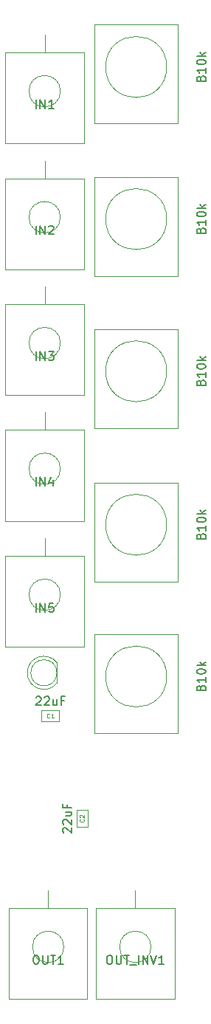
<source format=gbr>
%TF.GenerationSoftware,KiCad,Pcbnew,6.0.11+dfsg-1~bpo11+1*%
%TF.CreationDate,2023-11-22T17:04:06+08:00*%
%TF.ProjectId,MiniAttenuMix - Main,4d696e69-4174-4746-956e-754d6978202d,v0.2*%
%TF.SameCoordinates,Original*%
%TF.FileFunction,AssemblyDrawing,Top*%
%FSLAX46Y46*%
G04 Gerber Fmt 4.6, Leading zero omitted, Abs format (unit mm)*
G04 Created by KiCad (PCBNEW 6.0.11+dfsg-1~bpo11+1) date 2023-11-22 17:04:06*
%MOMM*%
%LPD*%
G01*
G04 APERTURE LIST*
%ADD10C,0.150000*%
%ADD11C,0.080000*%
%ADD12C,0.100000*%
G04 APERTURE END LIST*
D10*
%TO.C,RV4*%
X162528571Y-96910714D02*
X162576190Y-96767857D01*
X162623809Y-96720238D01*
X162719047Y-96672619D01*
X162861904Y-96672619D01*
X162957142Y-96720238D01*
X163004761Y-96767857D01*
X163052380Y-96863095D01*
X163052380Y-97244047D01*
X162052380Y-97244047D01*
X162052380Y-96910714D01*
X162100000Y-96815476D01*
X162147619Y-96767857D01*
X162242857Y-96720238D01*
X162338095Y-96720238D01*
X162433333Y-96767857D01*
X162480952Y-96815476D01*
X162528571Y-96910714D01*
X162528571Y-97244047D01*
X163052380Y-95720238D02*
X163052380Y-96291666D01*
X163052380Y-96005952D02*
X162052380Y-96005952D01*
X162195238Y-96101190D01*
X162290476Y-96196428D01*
X162338095Y-96291666D01*
X162052380Y-95101190D02*
X162052380Y-95005952D01*
X162100000Y-94910714D01*
X162147619Y-94863095D01*
X162242857Y-94815476D01*
X162433333Y-94767857D01*
X162671428Y-94767857D01*
X162861904Y-94815476D01*
X162957142Y-94863095D01*
X163004761Y-94910714D01*
X163052380Y-95005952D01*
X163052380Y-95101190D01*
X163004761Y-95196428D01*
X162957142Y-95244047D01*
X162861904Y-95291666D01*
X162671428Y-95339285D01*
X162433333Y-95339285D01*
X162242857Y-95291666D01*
X162147619Y-95244047D01*
X162100000Y-95196428D01*
X162052380Y-95101190D01*
X163052380Y-94339285D02*
X162052380Y-94339285D01*
X162671428Y-94244047D02*
X163052380Y-93958333D01*
X162385714Y-93958333D02*
X162766666Y-94339285D01*
%TO.C,OUT_INV1*%
X151952380Y-145002380D02*
X152142857Y-145002380D01*
X152238095Y-145050000D01*
X152333333Y-145145238D01*
X152380952Y-145335714D01*
X152380952Y-145669047D01*
X152333333Y-145859523D01*
X152238095Y-145954761D01*
X152142857Y-146002380D01*
X151952380Y-146002380D01*
X151857142Y-145954761D01*
X151761904Y-145859523D01*
X151714285Y-145669047D01*
X151714285Y-145335714D01*
X151761904Y-145145238D01*
X151857142Y-145050000D01*
X151952380Y-145002380D01*
X152809523Y-145002380D02*
X152809523Y-145811904D01*
X152857142Y-145907142D01*
X152904761Y-145954761D01*
X153000000Y-146002380D01*
X153190476Y-146002380D01*
X153285714Y-145954761D01*
X153333333Y-145907142D01*
X153380952Y-145811904D01*
X153380952Y-145002380D01*
X153714285Y-145002380D02*
X154285714Y-145002380D01*
X154000000Y-146002380D02*
X154000000Y-145002380D01*
X154380952Y-146097619D02*
X155142857Y-146097619D01*
X155380952Y-146002380D02*
X155380952Y-145002380D01*
X155857142Y-146002380D02*
X155857142Y-145002380D01*
X156428571Y-146002380D01*
X156428571Y-145002380D01*
X156761904Y-145002380D02*
X157095238Y-146002380D01*
X157428571Y-145002380D01*
X158285714Y-146002380D02*
X157714285Y-146002380D01*
X158000000Y-146002380D02*
X158000000Y-145002380D01*
X157904761Y-145145238D01*
X157809523Y-145240476D01*
X157714285Y-145288095D01*
%TO.C,IN2*%
X143600000Y-62322380D02*
X143600000Y-61322380D01*
X144076190Y-62322380D02*
X144076190Y-61322380D01*
X144647619Y-62322380D01*
X144647619Y-61322380D01*
X145076190Y-61417619D02*
X145123809Y-61370000D01*
X145219047Y-61322380D01*
X145457142Y-61322380D01*
X145552380Y-61370000D01*
X145600000Y-61417619D01*
X145647619Y-61512857D01*
X145647619Y-61608095D01*
X145600000Y-61750952D01*
X145028571Y-62322380D01*
X145647619Y-62322380D01*
%TO.C,C1*%
X143607142Y-115417619D02*
X143654761Y-115370000D01*
X143750000Y-115322380D01*
X143988095Y-115322380D01*
X144083333Y-115370000D01*
X144130952Y-115417619D01*
X144178571Y-115512857D01*
X144178571Y-115608095D01*
X144130952Y-115750952D01*
X143559523Y-116322380D01*
X144178571Y-116322380D01*
X144559523Y-115417619D02*
X144607142Y-115370000D01*
X144702380Y-115322380D01*
X144940476Y-115322380D01*
X145035714Y-115370000D01*
X145083333Y-115417619D01*
X145130952Y-115512857D01*
X145130952Y-115608095D01*
X145083333Y-115750952D01*
X144511904Y-116322380D01*
X145130952Y-116322380D01*
X145988095Y-115655714D02*
X145988095Y-116322380D01*
X145559523Y-115655714D02*
X145559523Y-116179523D01*
X145607142Y-116274761D01*
X145702380Y-116322380D01*
X145845238Y-116322380D01*
X145940476Y-116274761D01*
X145988095Y-116227142D01*
X146797619Y-115798571D02*
X146464285Y-115798571D01*
X146464285Y-116322380D02*
X146464285Y-115322380D01*
X146940476Y-115322380D01*
D11*
X145166666Y-117728571D02*
X145142857Y-117752380D01*
X145071428Y-117776190D01*
X145023809Y-117776190D01*
X144952380Y-117752380D01*
X144904761Y-117704761D01*
X144880952Y-117657142D01*
X144857142Y-117561904D01*
X144857142Y-117490476D01*
X144880952Y-117395238D01*
X144904761Y-117347619D01*
X144952380Y-117300000D01*
X145023809Y-117276190D01*
X145071428Y-117276190D01*
X145142857Y-117300000D01*
X145166666Y-117323809D01*
X145642857Y-117776190D02*
X145357142Y-117776190D01*
X145500000Y-117776190D02*
X145500000Y-117276190D01*
X145452380Y-117347619D01*
X145404761Y-117395238D01*
X145357142Y-117419047D01*
D10*
%TO.C,RV1*%
X162528571Y-44410714D02*
X162576190Y-44267857D01*
X162623809Y-44220238D01*
X162719047Y-44172619D01*
X162861904Y-44172619D01*
X162957142Y-44220238D01*
X163004761Y-44267857D01*
X163052380Y-44363095D01*
X163052380Y-44744047D01*
X162052380Y-44744047D01*
X162052380Y-44410714D01*
X162100000Y-44315476D01*
X162147619Y-44267857D01*
X162242857Y-44220238D01*
X162338095Y-44220238D01*
X162433333Y-44267857D01*
X162480952Y-44315476D01*
X162528571Y-44410714D01*
X162528571Y-44744047D01*
X163052380Y-43220238D02*
X163052380Y-43791666D01*
X163052380Y-43505952D02*
X162052380Y-43505952D01*
X162195238Y-43601190D01*
X162290476Y-43696428D01*
X162338095Y-43791666D01*
X162052380Y-42601190D02*
X162052380Y-42505952D01*
X162100000Y-42410714D01*
X162147619Y-42363095D01*
X162242857Y-42315476D01*
X162433333Y-42267857D01*
X162671428Y-42267857D01*
X162861904Y-42315476D01*
X162957142Y-42363095D01*
X163004761Y-42410714D01*
X163052380Y-42505952D01*
X163052380Y-42601190D01*
X163004761Y-42696428D01*
X162957142Y-42744047D01*
X162861904Y-42791666D01*
X162671428Y-42839285D01*
X162433333Y-42839285D01*
X162242857Y-42791666D01*
X162147619Y-42744047D01*
X162100000Y-42696428D01*
X162052380Y-42601190D01*
X163052380Y-41839285D02*
X162052380Y-41839285D01*
X162671428Y-41744047D02*
X163052380Y-41458333D01*
X162385714Y-41458333D02*
X162766666Y-41839285D01*
%TO.C,RV3*%
X162528571Y-79310714D02*
X162576190Y-79167857D01*
X162623809Y-79120238D01*
X162719047Y-79072619D01*
X162861904Y-79072619D01*
X162957142Y-79120238D01*
X163004761Y-79167857D01*
X163052380Y-79263095D01*
X163052380Y-79644047D01*
X162052380Y-79644047D01*
X162052380Y-79310714D01*
X162100000Y-79215476D01*
X162147619Y-79167857D01*
X162242857Y-79120238D01*
X162338095Y-79120238D01*
X162433333Y-79167857D01*
X162480952Y-79215476D01*
X162528571Y-79310714D01*
X162528571Y-79644047D01*
X163052380Y-78120238D02*
X163052380Y-78691666D01*
X163052380Y-78405952D02*
X162052380Y-78405952D01*
X162195238Y-78501190D01*
X162290476Y-78596428D01*
X162338095Y-78691666D01*
X162052380Y-77501190D02*
X162052380Y-77405952D01*
X162100000Y-77310714D01*
X162147619Y-77263095D01*
X162242857Y-77215476D01*
X162433333Y-77167857D01*
X162671428Y-77167857D01*
X162861904Y-77215476D01*
X162957142Y-77263095D01*
X163004761Y-77310714D01*
X163052380Y-77405952D01*
X163052380Y-77501190D01*
X163004761Y-77596428D01*
X162957142Y-77644047D01*
X162861904Y-77691666D01*
X162671428Y-77739285D01*
X162433333Y-77739285D01*
X162242857Y-77691666D01*
X162147619Y-77644047D01*
X162100000Y-77596428D01*
X162052380Y-77501190D01*
X163052380Y-76739285D02*
X162052380Y-76739285D01*
X162671428Y-76644047D02*
X163052380Y-76358333D01*
X162385714Y-76358333D02*
X162766666Y-76739285D01*
%TO.C,C2*%
X146767619Y-130942857D02*
X146720000Y-130895238D01*
X146672380Y-130800000D01*
X146672380Y-130561904D01*
X146720000Y-130466666D01*
X146767619Y-130419047D01*
X146862857Y-130371428D01*
X146958095Y-130371428D01*
X147100952Y-130419047D01*
X147672380Y-130990476D01*
X147672380Y-130371428D01*
X146767619Y-129990476D02*
X146720000Y-129942857D01*
X146672380Y-129847619D01*
X146672380Y-129609523D01*
X146720000Y-129514285D01*
X146767619Y-129466666D01*
X146862857Y-129419047D01*
X146958095Y-129419047D01*
X147100952Y-129466666D01*
X147672380Y-130038095D01*
X147672380Y-129419047D01*
X147005714Y-128561904D02*
X147672380Y-128561904D01*
X147005714Y-128990476D02*
X147529523Y-128990476D01*
X147624761Y-128942857D01*
X147672380Y-128847619D01*
X147672380Y-128704761D01*
X147624761Y-128609523D01*
X147577142Y-128561904D01*
X147148571Y-127752380D02*
X147148571Y-128085714D01*
X147672380Y-128085714D02*
X146672380Y-128085714D01*
X146672380Y-127609523D01*
D11*
X149078571Y-129383333D02*
X149102380Y-129407142D01*
X149126190Y-129478571D01*
X149126190Y-129526190D01*
X149102380Y-129597619D01*
X149054761Y-129645238D01*
X149007142Y-129669047D01*
X148911904Y-129692857D01*
X148840476Y-129692857D01*
X148745238Y-129669047D01*
X148697619Y-129645238D01*
X148650000Y-129597619D01*
X148626190Y-129526190D01*
X148626190Y-129478571D01*
X148650000Y-129407142D01*
X148673809Y-129383333D01*
X148673809Y-129192857D02*
X148650000Y-129169047D01*
X148626190Y-129121428D01*
X148626190Y-129002380D01*
X148650000Y-128954761D01*
X148673809Y-128930952D01*
X148721428Y-128907142D01*
X148769047Y-128907142D01*
X148840476Y-128930952D01*
X149126190Y-129216666D01*
X149126190Y-128907142D01*
D10*
%TO.C,RV2*%
X162528571Y-61858514D02*
X162576190Y-61715657D01*
X162623809Y-61668038D01*
X162719047Y-61620419D01*
X162861904Y-61620419D01*
X162957142Y-61668038D01*
X163004761Y-61715657D01*
X163052380Y-61810895D01*
X163052380Y-62191847D01*
X162052380Y-62191847D01*
X162052380Y-61858514D01*
X162100000Y-61763276D01*
X162147619Y-61715657D01*
X162242857Y-61668038D01*
X162338095Y-61668038D01*
X162433333Y-61715657D01*
X162480952Y-61763276D01*
X162528571Y-61858514D01*
X162528571Y-62191847D01*
X163052380Y-60668038D02*
X163052380Y-61239466D01*
X163052380Y-60953752D02*
X162052380Y-60953752D01*
X162195238Y-61048990D01*
X162290476Y-61144228D01*
X162338095Y-61239466D01*
X162052380Y-60048990D02*
X162052380Y-59953752D01*
X162100000Y-59858514D01*
X162147619Y-59810895D01*
X162242857Y-59763276D01*
X162433333Y-59715657D01*
X162671428Y-59715657D01*
X162861904Y-59763276D01*
X162957142Y-59810895D01*
X163004761Y-59858514D01*
X163052380Y-59953752D01*
X163052380Y-60048990D01*
X163004761Y-60144228D01*
X162957142Y-60191847D01*
X162861904Y-60239466D01*
X162671428Y-60287085D01*
X162433333Y-60287085D01*
X162242857Y-60239466D01*
X162147619Y-60191847D01*
X162100000Y-60144228D01*
X162052380Y-60048990D01*
X163052380Y-59287085D02*
X162052380Y-59287085D01*
X162671428Y-59191847D02*
X163052380Y-58906133D01*
X162385714Y-58906133D02*
X162766666Y-59287085D01*
%TO.C,OUT1*%
X143523809Y-145002380D02*
X143714285Y-145002380D01*
X143809523Y-145050000D01*
X143904761Y-145145238D01*
X143952380Y-145335714D01*
X143952380Y-145669047D01*
X143904761Y-145859523D01*
X143809523Y-145954761D01*
X143714285Y-146002380D01*
X143523809Y-146002380D01*
X143428571Y-145954761D01*
X143333333Y-145859523D01*
X143285714Y-145669047D01*
X143285714Y-145335714D01*
X143333333Y-145145238D01*
X143428571Y-145050000D01*
X143523809Y-145002380D01*
X144380952Y-145002380D02*
X144380952Y-145811904D01*
X144428571Y-145907142D01*
X144476190Y-145954761D01*
X144571428Y-146002380D01*
X144761904Y-146002380D01*
X144857142Y-145954761D01*
X144904761Y-145907142D01*
X144952380Y-145811904D01*
X144952380Y-145002380D01*
X145285714Y-145002380D02*
X145857142Y-145002380D01*
X145571428Y-146002380D02*
X145571428Y-145002380D01*
X146714285Y-146002380D02*
X146142857Y-146002380D01*
X146428571Y-146002380D02*
X146428571Y-145002380D01*
X146333333Y-145145238D01*
X146238095Y-145240476D01*
X146142857Y-145288095D01*
%TO.C,IN3*%
X143600000Y-76752380D02*
X143600000Y-75752380D01*
X144076190Y-76752380D02*
X144076190Y-75752380D01*
X144647619Y-76752380D01*
X144647619Y-75752380D01*
X145028571Y-75752380D02*
X145647619Y-75752380D01*
X145314285Y-76133333D01*
X145457142Y-76133333D01*
X145552380Y-76180952D01*
X145600000Y-76228571D01*
X145647619Y-76323809D01*
X145647619Y-76561904D01*
X145600000Y-76657142D01*
X145552380Y-76704761D01*
X145457142Y-76752380D01*
X145171428Y-76752380D01*
X145076190Y-76704761D01*
X145028571Y-76657142D01*
%TO.C,IN4*%
X143600000Y-91172380D02*
X143600000Y-90172380D01*
X144076190Y-91172380D02*
X144076190Y-90172380D01*
X144647619Y-91172380D01*
X144647619Y-90172380D01*
X145552380Y-90505714D02*
X145552380Y-91172380D01*
X145314285Y-90124761D02*
X145076190Y-90839047D01*
X145695238Y-90839047D01*
%TO.C,IN1*%
X143600000Y-47872380D02*
X143600000Y-46872380D01*
X144076190Y-47872380D02*
X144076190Y-46872380D01*
X144647619Y-47872380D01*
X144647619Y-46872380D01*
X145647619Y-47872380D02*
X145076190Y-47872380D01*
X145361904Y-47872380D02*
X145361904Y-46872380D01*
X145266666Y-47015238D01*
X145171428Y-47110476D01*
X145076190Y-47158095D01*
%TO.C,RV5*%
X162528571Y-114310714D02*
X162576190Y-114167857D01*
X162623809Y-114120238D01*
X162719047Y-114072619D01*
X162861904Y-114072619D01*
X162957142Y-114120238D01*
X163004761Y-114167857D01*
X163052380Y-114263095D01*
X163052380Y-114644047D01*
X162052380Y-114644047D01*
X162052380Y-114310714D01*
X162100000Y-114215476D01*
X162147619Y-114167857D01*
X162242857Y-114120238D01*
X162338095Y-114120238D01*
X162433333Y-114167857D01*
X162480952Y-114215476D01*
X162528571Y-114310714D01*
X162528571Y-114644047D01*
X163052380Y-113120238D02*
X163052380Y-113691666D01*
X163052380Y-113405952D02*
X162052380Y-113405952D01*
X162195238Y-113501190D01*
X162290476Y-113596428D01*
X162338095Y-113691666D01*
X162052380Y-112501190D02*
X162052380Y-112405952D01*
X162100000Y-112310714D01*
X162147619Y-112263095D01*
X162242857Y-112215476D01*
X162433333Y-112167857D01*
X162671428Y-112167857D01*
X162861904Y-112215476D01*
X162957142Y-112263095D01*
X163004761Y-112310714D01*
X163052380Y-112405952D01*
X163052380Y-112501190D01*
X163004761Y-112596428D01*
X162957142Y-112644047D01*
X162861904Y-112691666D01*
X162671428Y-112739285D01*
X162433333Y-112739285D01*
X162242857Y-112691666D01*
X162147619Y-112644047D01*
X162100000Y-112596428D01*
X162052380Y-112501190D01*
X163052380Y-111739285D02*
X162052380Y-111739285D01*
X162671428Y-111644047D02*
X163052380Y-111358333D01*
X162385714Y-111358333D02*
X162766666Y-111739285D01*
%TO.C,IN5*%
X143600000Y-105622380D02*
X143600000Y-104622380D01*
X144076190Y-105622380D02*
X144076190Y-104622380D01*
X144647619Y-105622380D01*
X144647619Y-104622380D01*
X145600000Y-104622380D02*
X145123809Y-104622380D01*
X145076190Y-105098571D01*
X145123809Y-105050952D01*
X145219047Y-105003333D01*
X145457142Y-105003333D01*
X145552380Y-105050952D01*
X145600000Y-105098571D01*
X145647619Y-105193809D01*
X145647619Y-105431904D01*
X145600000Y-105527142D01*
X145552380Y-105574761D01*
X145457142Y-105622380D01*
X145219047Y-105622380D01*
X145123809Y-105574761D01*
X145076190Y-105527142D01*
D12*
%TO.C,RV4*%
X159850000Y-102125000D02*
X159850000Y-90775000D01*
X159850000Y-90775000D02*
X150350000Y-90775000D01*
X159850000Y-102125000D02*
X150350000Y-102125000D01*
X150350000Y-102125000D02*
X150350000Y-90775000D01*
X158600000Y-95625000D02*
G75*
G03*
X158600000Y-95625000I-3500000J0D01*
G01*
%TO.C,OUT_INV1*%
X159500000Y-150030000D02*
X159500000Y-139630000D01*
X159500000Y-150030000D02*
X150500000Y-150030000D01*
X155000000Y-137550000D02*
X155000000Y-139580000D01*
X150500000Y-150030000D02*
X150500000Y-139630000D01*
X159500000Y-139580000D02*
X150500000Y-139580000D01*
X156800000Y-144030000D02*
G75*
G03*
X156800000Y-144030000I-1800000J0D01*
G01*
%TO.C,D1*%
X146005000Y-113766190D02*
X146005000Y-111433810D01*
X146005555Y-111434524D02*
G75*
G03*
X146005000Y-113766190I-1500555J-1165476D01*
G01*
X146005000Y-112600000D02*
G75*
G03*
X146005000Y-112600000I-1500000J0D01*
G01*
%TO.C,IN2*%
X140100000Y-66350000D02*
X140100000Y-55950000D01*
X144600000Y-53870000D02*
X144600000Y-55900000D01*
X149100000Y-55900000D02*
X140100000Y-55900000D01*
X149100000Y-66350000D02*
X140100000Y-66350000D01*
X149100000Y-66350000D02*
X149100000Y-55950000D01*
X146400000Y-60350000D02*
G75*
G03*
X146400000Y-60350000I-1800000J0D01*
G01*
%TO.C,C1*%
X144250000Y-118175000D02*
X144250000Y-116925000D01*
X146250000Y-116925000D02*
X146250000Y-118175000D01*
X144250000Y-116925000D02*
X146250000Y-116925000D01*
X146250000Y-118175000D02*
X144250000Y-118175000D01*
%TO.C,RV1*%
X159850000Y-49625000D02*
X150350000Y-49625000D01*
X159850000Y-38275000D02*
X150350000Y-38275000D01*
X150350000Y-49625000D02*
X150350000Y-38275000D01*
X159850000Y-49625000D02*
X159850000Y-38275000D01*
X158600000Y-43125000D02*
G75*
G03*
X158600000Y-43125000I-3500000J0D01*
G01*
%TO.C,RV3*%
X159850000Y-84525000D02*
X159850000Y-73175000D01*
X159850000Y-73175000D02*
X150350000Y-73175000D01*
X150350000Y-84525000D02*
X150350000Y-73175000D01*
X159850000Y-84525000D02*
X150350000Y-84525000D01*
X158600000Y-78025000D02*
G75*
G03*
X158600000Y-78025000I-3500000J0D01*
G01*
%TO.C,C2*%
X148275000Y-128300000D02*
X149525000Y-128300000D01*
X149525000Y-130300000D02*
X148275000Y-130300000D01*
X148275000Y-130300000D02*
X148275000Y-128300000D01*
X149525000Y-128300000D02*
X149525000Y-130300000D01*
%TO.C,RV2*%
X159850000Y-67072800D02*
X159850000Y-55722800D01*
X159850000Y-67072800D02*
X150350000Y-67072800D01*
X150350000Y-67072800D02*
X150350000Y-55722800D01*
X159850000Y-55722800D02*
X150350000Y-55722800D01*
X158600000Y-60572800D02*
G75*
G03*
X158600000Y-60572800I-3500000J0D01*
G01*
%TO.C,OUT1*%
X145000000Y-137550000D02*
X145000000Y-139580000D01*
X140500000Y-150030000D02*
X140500000Y-139630000D01*
X149500000Y-150030000D02*
X140500000Y-150030000D01*
X149500000Y-139580000D02*
X140500000Y-139580000D01*
X149500000Y-150030000D02*
X149500000Y-139630000D01*
X146800000Y-144030000D02*
G75*
G03*
X146800000Y-144030000I-1800000J0D01*
G01*
%TO.C,IN3*%
X149100000Y-70330000D02*
X140100000Y-70330000D01*
X149100000Y-80780000D02*
X140100000Y-80780000D01*
X144600000Y-68300000D02*
X144600000Y-70330000D01*
X140100000Y-80780000D02*
X140100000Y-70380000D01*
X149100000Y-80780000D02*
X149100000Y-70380000D01*
X146400000Y-74780000D02*
G75*
G03*
X146400000Y-74780000I-1800000J0D01*
G01*
%TO.C,IN4*%
X149100000Y-84750000D02*
X140100000Y-84750000D01*
X149100000Y-95200000D02*
X140100000Y-95200000D01*
X144600000Y-82720000D02*
X144600000Y-84750000D01*
X149100000Y-95200000D02*
X149100000Y-84800000D01*
X140100000Y-95200000D02*
X140100000Y-84800000D01*
X146400000Y-89200000D02*
G75*
G03*
X146400000Y-89200000I-1800000J0D01*
G01*
%TO.C,IN1*%
X140100000Y-51900000D02*
X140100000Y-41500000D01*
X144600000Y-39420000D02*
X144600000Y-41450000D01*
X149100000Y-41450000D02*
X140100000Y-41450000D01*
X149100000Y-51900000D02*
X140100000Y-51900000D01*
X149100000Y-51900000D02*
X149100000Y-41500000D01*
X146400000Y-45900000D02*
G75*
G03*
X146400000Y-45900000I-1800000J0D01*
G01*
%TO.C,RV5*%
X159850000Y-108175000D02*
X150350000Y-108175000D01*
X159850000Y-119525000D02*
X150350000Y-119525000D01*
X159850000Y-119525000D02*
X159850000Y-108175000D01*
X150350000Y-119525000D02*
X150350000Y-108175000D01*
X158600000Y-113025000D02*
G75*
G03*
X158600000Y-113025000I-3500000J0D01*
G01*
%TO.C,IN5*%
X140100000Y-109650000D02*
X140100000Y-99250000D01*
X149100000Y-99200000D02*
X140100000Y-99200000D01*
X149100000Y-109650000D02*
X140100000Y-109650000D01*
X149100000Y-109650000D02*
X149100000Y-99250000D01*
X144600000Y-97170000D02*
X144600000Y-99200000D01*
X146400000Y-103650000D02*
G75*
G03*
X146400000Y-103650000I-1800000J0D01*
G01*
%TD*%
M02*

</source>
